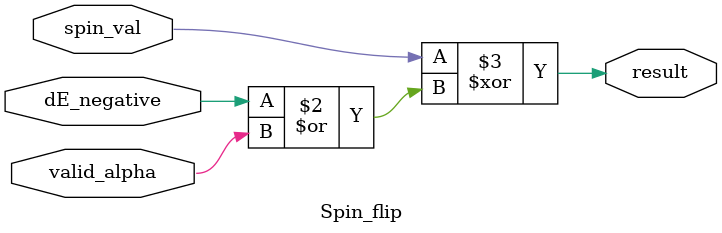
<source format=v>
module Spin_flip(spin_val, dE_negative, valid_alpha, result);
	
	input spin_val, dE_negative, valid_alpha;
	output reg result;
	
	always @(*) begin
		result = spin_val ^ (dE_negative | valid_alpha);
	end

endmodule

</source>
